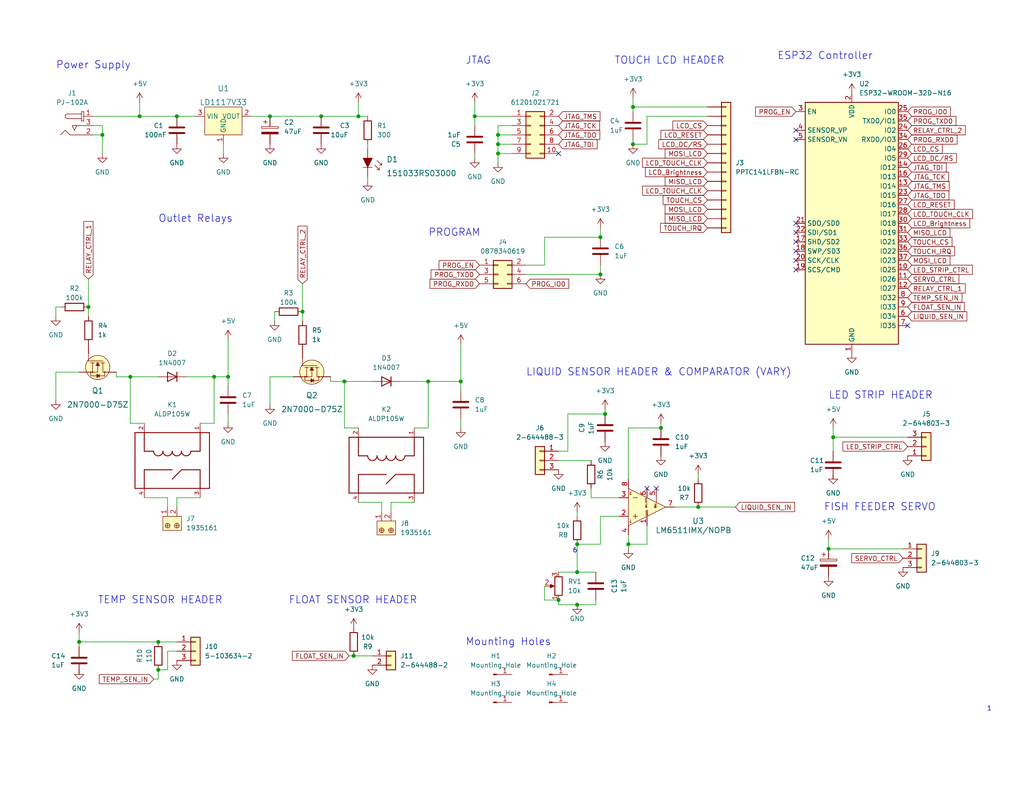
<source format=kicad_sch>
(kicad_sch (version 20211123) (generator eeschema)
  (paper "USLetter")
  (title_block (title "Sedna Hardware") (date "2022-03-01") (rev "1") (comment 1 "Authour: Liam-Thomas Flynn & Teng Zhao"))
  (junction (at 43.18 175.26))
  (junction (at 93.98 104.14))
  (junction (at 48.26 31.75))
  (junction (at 152.4 163.83))
  (junction (at 171.45 148.59))
  (junction (at 163.83 64.77))
  (junction (at 157.48 165.1))
  (junction (at 27.94 36.83))
  (junction (at 21.59 175.26))
  (junction (at 62.23 102.87))
  (junction (at 157.48 156.21))
  (junction (at 227.33 119.38))
  (junction (at 24.13 83.82))
  (junction (at 38.1 31.75))
  (junction (at 135.89 39.37))
  (junction (at 125.73 104.14))
  (junction (at 226.06 149.86))
  (junction (at 87.63 31.75))
  (junction (at 135.89 36.83))
  (junction (at 96.52 179.07))
  (junction (at 190.5 138.43))
  (junction (at 58.42 102.87))
  (junction (at 73.66 31.75))
  (junction (at 172.72 29.21))
  (junction (at 172.72 39.37))
  (junction (at 82.55 85.09))
  (junction (at 43.18 182.88))
  (junction (at 35.56 102.87))
  (junction (at 116.84 104.14))
  (junction (at 157.48 148.59))
  (junction (at 165.1 113.03))
  (junction (at 129.54 31.75))
  (junction (at 97.79 31.75))
  (junction (at 135.89 41.91))
  (junction (at 163.83 74.93))
  (junction (at 180.34 116.84))
  (no_connect (at 152.4 41.91))
  (no_connect (at 217.17 35.56))
  (no_connect (at 247.65 88.9))
  (no_connect (at 217.17 60.96))
  (no_connect (at 217.17 66.04))
  (no_connect (at 217.17 68.58))
  (no_connect (at 217.17 71.12))
  (no_connect (at 217.17 73.66))
  (no_connect (at 217.17 63.5))
  (no_connect (at 176.53 133.35))
  (no_connect (at 179.07 133.35))
  (no_connect (at 217.17 38.1))
  (wire (pts (xy 135.89 36.83) (xy 135.89 34.29)))
  (wire (pts (xy 100.33 49.53) (xy 100.33 48.26)))
  (wire (pts (xy 125.73 114.3) (xy 125.73 116.84)))
  (wire (pts (xy 226.06 149.86) (xy 246.38 149.86)))
  (wire (pts (xy 116.84 116.84) (xy 116.84 104.14)))
  (wire (pts (xy 162.56 165.1) (xy 162.56 163.83)))
  (wire (pts (xy 97.79 27.94) (xy 97.79 31.75)))
  (wire (pts (xy 48.26 138.43) (xy 48.26 135.89)))
  (wire (pts (xy 25.4 31.75) (xy 38.1 31.75)))
  (wire (pts (xy 25.4 36.83) (xy 27.94 36.83)))
  (wire (pts (xy 21.59 184.15) (xy 21.59 182.88)))
  (wire (pts (xy 165.1 113.03) (xy 154.94 113.03)))
  (wire (pts (xy 113.03 116.84) (xy 116.84 116.84)))
  (wire (pts (xy 172.72 38.1) (xy 172.72 39.37)))
  (wire (pts (xy 24.13 76.2) (xy 24.13 83.82)))
  (wire (pts (xy 87.63 31.75) (xy 97.79 31.75)))
  (wire (pts (xy 176.53 39.37) (xy 172.72 39.37)))
  (wire (pts (xy 172.72 26.67) (xy 172.72 29.21)))
  (wire (pts (xy 104.14 137.16) (xy 104.14 139.7)))
  (wire (pts (xy 50.8 102.87) (xy 58.42 102.87)))
  (wire (pts (xy 60.96 41.91) (xy 60.96 39.37)))
  (wire (pts (xy 80.01 102.87) (xy 73.66 102.87)))
  (wire (pts (xy 154.94 113.03) (xy 154.94 123.19)))
  (wire (pts (xy 21.59 101.6) (xy 15.24 101.6)))
  (wire (pts (xy 62.23 102.87) (xy 62.23 105.41)))
  (wire (pts (xy 129.54 27.94) (xy 129.54 31.75)))
  (wire (pts (xy 106.68 137.16) (xy 113.03 137.16)))
  (wire (pts (xy 93.98 104.14) (xy 101.6 104.14)))
  (wire (pts (xy 135.89 41.91) (xy 135.89 44.45)))
  (wire (pts (xy 15.24 83.82) (xy 15.24 86.36)))
  (wire (pts (xy 68.58 31.75) (xy 73.66 31.75)))
  (wire (pts (xy 97.79 137.16) (xy 104.14 137.16)))
  (wire (pts (xy 135.89 39.37) (xy 135.89 36.83)))
  (wire (pts (xy 163.83 72.39) (xy 163.83 74.93)))
  (wire (pts (xy 27.94 36.83) (xy 27.94 41.91)))
  (wire (pts (xy 45.72 182.88) (xy 43.18 182.88)))
  (wire (pts (xy 161.29 133.35) (xy 161.29 135.89)))
  (wire (pts (xy 43.18 185.42) (xy 43.18 182.88)))
  (wire (pts (xy 157.48 156.21) (xy 162.56 156.21)))
  (wire (pts (xy 73.66 102.87) (xy 73.66 110.49)))
  (wire (pts (xy 93.98 104.14) (xy 93.98 116.84)))
  (wire (pts (xy 168.91 135.89) (xy 161.29 135.89)))
  (wire (pts (xy 176.53 143.51) (xy 176.53 148.59)))
  (wire (pts (xy 163.83 148.59) (xy 163.83 140.97)))
  (wire (pts (xy 157.48 148.59) (xy 163.83 148.59)))
  (wire (pts (xy 62.23 92.71) (xy 62.23 102.87)))
  (wire (pts (xy 165.1 111.76) (xy 165.1 113.03)))
  (wire (pts (xy 129.54 41.91) (xy 129.54 43.18)))
  (wire (pts (xy 97.79 31.75) (xy 100.33 31.75)))
  (wire (pts (xy 35.56 102.87) (xy 35.56 115.57)))
  (wire (pts (xy 148.59 72.39) (xy 143.51 72.39)))
  (wire (pts (xy 148.59 64.77) (xy 163.83 64.77)))
  (wire (pts (xy 163.83 62.23) (xy 163.83 64.77)))
  (wire (pts (xy 31.75 102.87) (xy 31.75 101.6)))
  (wire (pts (xy 152.4 125.73) (xy 161.29 125.73)))
  (wire (pts (xy 176.53 148.59) (xy 171.45 148.59)))
  (wire (pts (xy 21.59 175.26) (xy 21.59 176.53)))
  (wire (pts (xy 171.45 116.84) (xy 171.45 130.81)))
  (wire (pts (xy 95.25 179.07) (xy 96.52 179.07)))
  (wire (pts (xy 148.59 160.02) (xy 148.59 163.83)))
  (wire (pts (xy 190.5 130.81) (xy 190.5 129.54)))
  (wire (pts (xy 54.61 115.57) (xy 58.42 115.57)))
  (wire (pts (xy 109.22 104.14) (xy 116.84 104.14)))
  (wire (pts (xy 82.55 85.09) (xy 82.55 87.63)))
  (wire (pts (xy 21.59 175.26) (xy 43.18 175.26)))
  (wire (pts (xy 93.98 116.84) (xy 97.79 116.84)))
  (wire (pts (xy 154.94 123.19) (xy 152.4 123.19)))
  (wire (pts (xy 152.4 156.21) (xy 157.48 156.21)))
  (wire (pts (xy 82.55 77.47) (xy 82.55 85.09)))
  (wire (pts (xy 38.1 31.75) (xy 48.26 31.75)))
  (wire (pts (xy 227.33 130.81) (xy 227.33 129.54)))
  (wire (pts (xy 106.68 139.7) (xy 106.68 137.16)))
  (wire (pts (xy 129.54 31.75) (xy 129.54 34.29)))
  (wire (pts (xy 171.45 148.59) (xy 171.45 146.05)))
  (wire (pts (xy 125.73 93.98) (xy 125.73 104.14)))
  (wire (pts (xy 193.04 31.75) (xy 176.53 31.75)))
  (wire (pts (xy 135.89 41.91) (xy 139.7 41.91)))
  (wire (pts (xy 171.45 149.86) (xy 171.45 148.59)))
  (wire (pts (xy 27.94 34.29) (xy 27.94 36.83)))
  (wire (pts (xy 180.34 115.57) (xy 180.34 116.84)))
  (wire (pts (xy 24.13 83.82) (xy 24.13 86.36)))
  (wire (pts (xy 43.18 175.26) (xy 48.26 175.26)))
  (wire (pts (xy 157.48 148.59) (xy 157.48 156.21)))
  (wire (pts (xy 16.51 83.82) (xy 15.24 83.82)))
  (wire (pts (xy 152.4 165.1) (xy 157.48 165.1)))
  (wire (pts (xy 73.66 31.75) (xy 87.63 31.75)))
  (wire (pts (xy 45.72 135.89) (xy 45.72 138.43)))
  (wire (pts (xy 48.26 31.75) (xy 53.34 31.75)))
  (wire (pts (xy 48.26 135.89) (xy 54.61 135.89)))
  (wire (pts (xy 25.4 34.29) (xy 27.94 34.29)))
  (wire (pts (xy 62.23 113.03) (xy 62.23 115.57)))
  (wire (pts (xy 58.42 102.87) (xy 62.23 102.87)))
  (wire (pts (xy 135.89 34.29) (xy 139.7 34.29)))
  (wire (pts (xy 227.33 119.38) (xy 227.33 123.19)))
  (wire (pts (xy 135.89 39.37) (xy 139.7 39.37)))
  (wire (pts (xy 157.48 165.1) (xy 162.56 165.1)))
  (wire (pts (xy 38.1 27.94) (xy 38.1 31.75)))
  (wire (pts (xy 39.37 135.89) (xy 45.72 135.89)))
  (wire (pts (xy 74.93 85.09) (xy 74.93 87.63)))
  (wire (pts (xy 157.48 140.97) (xy 157.48 139.7)))
  (wire (pts (xy 227.33 119.38) (xy 247.65 119.38)))
  (wire (pts (xy 172.72 29.21) (xy 172.72 30.48)))
  (wire (pts (xy 96.52 179.07) (xy 101.6 179.07)))
  (wire (pts (xy 226.06 147.32) (xy 226.06 149.86)))
  (wire (pts (xy 90.17 104.14) (xy 90.17 102.87)))
  (wire (pts (xy 35.56 115.57) (xy 39.37 115.57)))
  (wire (pts (xy 184.15 138.43) (xy 190.5 138.43)))
  (wire (pts (xy 143.51 74.93) (xy 163.83 74.93)))
  (wire (pts (xy 227.33 116.84) (xy 227.33 119.38)))
  (wire (pts (xy 129.54 31.75) (xy 139.7 31.75)))
  (wire (pts (xy 100.33 39.37) (xy 100.33 40.64)))
  (wire (pts (xy 116.84 104.14) (xy 125.73 104.14)))
  (wire (pts (xy 148.59 163.83) (xy 152.4 163.83)))
  (wire (pts (xy 58.42 115.57) (xy 58.42 102.87)))
  (wire (pts (xy 45.72 177.8) (xy 45.72 182.88)))
  (wire (pts (xy 152.4 165.1) (xy 152.4 163.83)))
  (wire (pts (xy 15.24 101.6) (xy 15.24 109.22)))
  (wire (pts (xy 31.75 102.87) (xy 35.56 102.87)))
  (wire (pts (xy 21.59 172.72) (xy 21.59 175.26)))
  (wire (pts (xy 48.26 177.8) (xy 45.72 177.8)))
  (wire (pts (xy 125.73 104.14) (xy 125.73 106.68)))
  (wire (pts (xy 163.83 140.97) (xy 168.91 140.97)))
  (wire (pts (xy 135.89 36.83) (xy 139.7 36.83)))
  (wire (pts (xy 135.89 41.91) (xy 135.89 39.37)))
  (wire (pts (xy 90.17 104.14) (xy 93.98 104.14)))
  (wire (pts (xy 172.72 29.21) (xy 193.04 29.21)))
  (wire (pts (xy 35.56 102.87) (xy 43.18 102.87)))
  (wire (pts (xy 180.34 116.84) (xy 171.45 116.84)))
  (wire (pts (xy 176.53 31.75) (xy 176.53 39.37)))
  (wire (pts (xy 41.91 185.42) (xy 43.18 185.42)))
  (wire (pts (xy 190.5 138.43) (xy 200.66 138.43)))
  (wire (pts (xy 148.59 64.77) (xy 148.59 72.39)))
  (text "FISH FEEDER SERVO\n" (at 224.79 139.7 0) (effects (font (size 2 2)) (justify left bottom)))
  (text "PROGRAM\n" (at 116.84 64.77 0) (effects (font (size 2 2)) (justify left bottom)))
  (text "ESP32 Controller" (at 212.09 16.51 0) (effects (font (size 2 2)) (justify left bottom)))
  (text "LED STRIP HEADER" (at 226.06 109.22 0) (effects (font (size 2 2)) (justify left bottom)))
  (text "6\n" (at 156.21 151.13 0) (effects (font (size 1.27 1.27)) (justify left bottom)))
  (text "LIQUID SENSOR HEADER & COMPARATOR (VARY)" (at 143.51 102.87 0) (effects (font (size 2 2)) (justify left bottom)))
  (text "FLOAT SENSOR HEADER" (at 78.74 165.1 0) (effects (font (size 2 2)) (justify left bottom)))
  (text "1" (at 269.24 194.31 0) (effects (font (size 1.27 1.27)) (justify left bottom)))
  (text "Mounting Holes" (at 127 176.53 0) (effects (font (size 2 2)) (justify left bottom)))
  (text "TEMP SENSOR HEADER" (at 26.67 165.1 0) (effects (font (size 2 2)) (justify left bottom)))
  (text "TOUCH LCD HEADER" (at 167.64 17.78 0) (effects (font (size 2 2)) (justify left bottom)))
  (text "Power Supply" (at 15.24 19.05 0) (effects (font (size 2 2)) (justify left bottom)))
  (text "JTAG\n" (at 127 17.78 0) (effects (font (size 2 2)) (justify left bottom)))
  (text "Outlet Relays" (at 43.18 60.96 0) (effects (font (size 2 2)) (justify left bottom)))
  (global_label "SERVO_CTRL" (shape input) (at 247.65 76.2 0) (property "Intersheet References" "${INTERSHEET_REFS}" (effects hide)))
  (global_label "JTAG_TDO" (shape input) (at 152.4 36.83 0) (property "Intersheet References" "${INTERSHEET_REFS}" (effects hide)))
  (global_label "LCD_TOUCH_CLK" (shape input) (at 247.65 58.42 0) (property "Intersheet References" "${INTERSHEET_REFS}" (effects hide)))
  (global_label "SERVO_CTRL" (shape input) (at 246.38 152.4 180) (property "Intersheet References" "${INTERSHEET_REFS}" (effects hide)))
  (global_label "LED_STRIP_CTRL" (shape input) (at 247.65 73.66 0) (property "Intersheet References" "${INTERSHEET_REFS}" (effects hide)))
  (global_label "PROG_IO0" (shape input) (at 143.51 77.47 0) (property "Intersheet References" "${INTERSHEET_REFS}" (effects hide)))
  (global_label "JTAG_TCK" (shape input) (at 247.65 48.26 0) (property "Intersheet References" "${INTERSHEET_REFS}" (effects hide)))
  (global_label "PROG_RXD0" (shape input) (at 247.65 38.1 0) (property "Intersheet References" "${INTERSHEET_REFS}" (effects hide)))
  (global_label "PROG_EN" (shape input) (at 130.81 72.39 180) (property "Intersheet References" "${INTERSHEET_REFS}" (effects hide)))
  (global_label "TOUCH_CS" (shape input) (at 193.04 54.61 180) (property "Intersheet References" "${INTERSHEET_REFS}" (effects hide)))
  (global_label "MOSI_LCD" (shape input) (at 193.04 41.91 180) (property "Intersheet References" "${INTERSHEET_REFS}" (effects hide)))
  (global_label "JTAG_TCK" (shape input) (at 152.4 34.29 0) (property "Intersheet References" "${INTERSHEET_REFS}" (effects hide)))
  (global_label "RELAY_CTRL_2" (shape input) (at 247.65 35.56 0) (property "Intersheet References" "${INTERSHEET_REFS}" (effects hide)))
  (global_label "PROG_TXD0" (shape input) (at 247.65 33.02 0) (property "Intersheet References" "${INTERSHEET_REFS}" (effects hide)))
  (global_label "TOUCH_IRQ" (shape input) (at 193.04 62.23 180) (property "Intersheet References" "${INTERSHEET_REFS}" (effects hide)))
  (global_label "JTAG_TDI" (shape input) (at 247.65 45.72 0) (property "Intersheet References" "${INTERSHEET_REFS}" (effects hide)))
  (global_label "LCD_DC{slash}RS" (shape input) (at 193.04 39.37 180) (property "Intersheet References" "${INTERSHEET_REFS}" (effects hide)))
  (global_label "LED_STRIP_CTRL" (shape input) (at 247.65 121.92 180) (property "Intersheet References" "${INTERSHEET_REFS}" (effects hide)))
  (global_label "TEMP_SEN_IN" (shape input) (at 41.91 185.42 180) (property "Intersheet References" "${INTERSHEET_REFS}" (effects hide)))
  (global_label "LCD_TOUCH_CLK" (shape input) (at 193.04 44.45 180) (property "Intersheet References" "${INTERSHEET_REFS}" (effects hide)))
  (global_label "LCD_CS" (shape input) (at 193.04 34.29 180) (property "Intersheet References" "${INTERSHEET_REFS}" (effects hide)))
  (global_label "MISO_LCD" (shape input) (at 247.65 63.5 0) (property "Intersheet References" "${INTERSHEET_REFS}" (effects hide)))
  (global_label "PROG_RXD0" (shape input) (at 130.81 77.47 180) (property "Intersheet References" "${INTERSHEET_REFS}" (effects hide)))
  (global_label "PROG_EN" (shape input) (at 217.17 30.48 180) (property "Intersheet References" "${INTERSHEET_REFS}" (effects hide)))
  (global_label "MOSI_LCD" (shape input) (at 247.65 71.12 0) (property "Intersheet References" "${INTERSHEET_REFS}" (effects hide)))
  (global_label "LCD_TOUCH_CLK" (shape input) (at 193.04 52.07 180) (property "Intersheet References" "${INTERSHEET_REFS}" (effects hide)))
  (global_label "TOUCH_IRQ" (shape input) (at 247.65 68.58 0) (property "Intersheet References" "${INTERSHEET_REFS}" (effects hide)))
  (global_label "LCD_DC{slash}RS" (shape input) (at 247.65 43.18 0) (property "Intersheet References" "${INTERSHEET_REFS}" (effects hide)))
  (global_label "LIQUID_SEN_IN" (shape input) (at 247.65 86.36 0) (property "Intersheet References" "${INTERSHEET_REFS}" (effects hide)))
  (global_label "LCD_RESET" (shape input) (at 247.65 55.88 0) (property "Intersheet References" "${INTERSHEET_REFS}" (effects hide)))
  (global_label "LIQUID_SEN_IN" (shape input) (at 200.66 138.43 0) (property "Intersheet References" "${INTERSHEET_REFS}" (effects hide)))
  (global_label "MOSI_LCD" (shape input) (at 193.04 57.15 180) (property "Intersheet References" "${INTERSHEET_REFS}" (effects hide)))
  (global_label "LCD_Brightness" (shape input) (at 247.65 60.96 0) (property "Intersheet References" "${INTERSHEET_REFS}" (effects hide)))
  (global_label "JTAG_TMS" (shape input) (at 152.4 31.75 0) (property "Intersheet References" "${INTERSHEET_REFS}" (effects hide)))
  (global_label "LCD_Brightness" (shape input) (at 193.04 46.99 180) (property "Intersheet References" "${INTERSHEET_REFS}" (effects hide)))
  (global_label "MISO_LCD" (shape input) (at 193.04 49.53 180) (property "Intersheet References" "${INTERSHEET_REFS}" (effects hide)))
  (global_label "JTAG_TDI" (shape input) (at 152.4 39.37 0) (property "Intersheet References" "${INTERSHEET_REFS}" (effects hide)))
  (global_label "TEMP_SEN_IN" (shape input) (at 247.65 81.28 0) (property "Intersheet References" "${INTERSHEET_REFS}" (effects hide)))
  (global_label "FLOAT_SEN_IN" (shape input) (at 247.65 83.82 0) (property "Intersheet References" "${INTERSHEET_REFS}" (effects hide)))
  (global_label "RELAY_CTRL_2" (shape input) (at 82.55 77.47 90) (property "Intersheet References" "${INTERSHEET_REFS}" (effects hide)))
  (global_label "JTAG_TDO" (shape input) (at 247.65 53.34 0) (property "Intersheet References" "${INTERSHEET_REFS}" (effects hide)))
  (global_label "LCD_CS" (shape input) (at 247.65 40.64 0) (property "Intersheet References" "${INTERSHEET_REFS}" (effects hide)))
  (global_label "JTAG_TMS" (shape input) (at 247.65 50.8 0) (property "Intersheet References" "${INTERSHEET_REFS}" (effects hide)))
  (global_label "RELAY_CTRL_1" (shape input) (at 24.13 76.2 90) (property "Intersheet References" "${INTERSHEET_REFS}" (effects hide)))
  (global_label "RELAY_CTRL_1" (shape input) (at 247.65 78.74 0) (property "Intersheet References" "${INTERSHEET_REFS}" (effects hide)))
  (global_label "PROG_TXD0" (shape input) (at 130.81 74.93 180) (property "Intersheet References" "${INTERSHEET_REFS}" (effects hide)))
  (global_label "TOUCH_CS" (shape input) (at 247.65 66.04 0) (property "Intersheet References" "${INTERSHEET_REFS}" (effects hide)))
  (global_label "FLOAT_SEN_IN" (shape input) (at 95.25 179.07 180) (property "Intersheet References" "${INTERSHEET_REFS}" (effects hide)))
  (global_label "LCD_RESET" (shape input) (at 193.04 36.83 180) (property "Intersheet References" "${INTERSHEET_REFS}" (effects hide)))
  (global_label "MISO_LCD" (shape input) (at 193.04 59.69 180) (property "Intersheet References" "${INTERSHEET_REFS}" (effects hide)))
  (global_label "PROG_IO0" (shape input) (at 247.65 30.48 0) (property "Intersheet References" "${INTERSHEET_REFS}" (effects hide)))
  (symbol (lib_id "power:GND") (at 15.24 109.22 0) (unit 1)
    (property "Reference" "#PWR022" (effects hide))
    (property "Value" "GND" (at 15.24 114.3 0))
  )
  (symbol (lib_id "power:+3V3") (at 172.72 26.67 0) (unit 1)
    (property "Reference" "#PWR04" (effects hide))
    (property "Value" "+3V3" (at 172.72 21.59 0))
  )
  (symbol (lib_id "dk_Transistors-FETs-MOSFETs-Single:2N7000") (at 26.67 101.6 270) (unit 1)
    (property "Reference" "Q1" (at 26.67 106.68 90) (effects (font (size 1.524 1.524))))
    (property "Value" "2N7000-D75Z" (at 26.67 110.49 90) (effects (font (size 1.524 1.524))))
    (property "Footprint" "digikey-footprints:TO-92-3" (effects hide))
    (property "Datasheet" "https://rocelec.widen.net/view/pdf/orqxwkxkq1/ONSM-S-A0003544006-1.pdf?t.download=true&u=5oefqw" (effects hide))
    (property "Digi-Key_PN" "2N7000-D75ZFSCT-ND" (effects hide))
    (property "MPN" "2N7000-D75Z" (effects hide))
    (property "Category" "Transistors - FETs, MOSFETs - Single" (effects hide))
    (property "Family" "Transistors - FETs, MOSFETs - Single" (effects hide))
    (property "DK_Datasheet_Link" "https://rocelec.widen.net/view/pdf/orqxwkxkq1/ONSM-S-A0003544006-1.pdf?t.download=true&u=5oefqw" (effects hide))
    (property "DK_Detail_Page" "https://www.digikey.ca/en/products/detail/onsemi/2N7000-D75Z/3478164" (effects hide))
    (property "Description" "MOSFET N-CH 60V 200MA TO-92" (effects hide))
    (property "Manufacturer" "ON Semiconductor" (effects hide))
    (property "Status" "Active" (effects hide))
  )
  (symbol (lib_id "Device:R") (at 78.74 85.09 90) (unit 1)
    (property "Reference" "R3" (at 78.74 80.01 90))
    (property "Value" "100k" (at 78.74 82.55 90))
    (property "Footprint" "Resistor_THT:R_Axial_DIN0204_L3.6mm_D1.6mm_P5.08mm_Horizontal" (effects hide))
  )
  (symbol (lib_id "power:GND") (at 246.38 154.94 0) (unit 1)
    (property "Reference" "#PWR038" (effects hide))
    (property "Value" "GND" (at 246.38 160.02 0))
  )
  (symbol (lib_id "power:GND") (at 73.66 110.49 0) (unit 1)
    (property "Reference" "#PWR023" (effects hide))
    (property "Value" "GND" (at 73.66 115.57 0))
  )
  (symbol (lib_id "Device:C") (at 227.33 127 0) (unit 1)
    (property "Reference" "C11" (at 220.98 125.73 0) (effects (justify left)))
    (property "Value" "1uF" (at 220.98 128.27 0) (effects (justify left)))
    (property "Footprint" "Capacitor_THT:C_Disc_D9.0mm_W5.0mm_P5.00mm" (effects hide))
  )
  (symbol (lib_id "power:GND") (at 62.23 115.57 0) (unit 1)
    (property "Reference" "#PWR025" (effects hide))
    (property "Value" "GND" (at 62.23 120.65 0))
  )
  (symbol (lib_id "power:+3V3") (at 21.59 172.72 0) (unit 1)
    (property "Reference" "#PWR042" (effects hide))
    (property "Value" "+3V3" (at 21.59 167.64 0))
  )
  (symbol (lib_id "power:+5V") (at 125.73 93.98 0) (unit 1)
    (property "Reference" "#PWR020" (effects hide))
    (property "Value" "+5V" (at 125.73 88.9 0))
  )
  (symbol (lib_id "power:+3V3") (at 96.52 171.45 0) (unit 1)
    (property "Reference" "#PWR041" (effects hide))
    (property "Value" "+3V3" (at 96.52 166.37 0))
  )
  (symbol (lib_id "power:+5V") (at 38.1 27.94 0) (unit 1)
    (property "Reference" "#PWR02" (effects hide))
    (property "Value" "+5V" (at 38.1 22.86 0))
  )
  (symbol (lib_id "power:GND") (at 21.59 182.88 0) (unit 1)
    (property "Reference" "#PWR045" (effects hide))
    (property "Value" "GND" (at 21.59 187.96 0))
  )
  (symbol (lib_id "power:GND") (at 15.24 86.36 0) (unit 1)
    (property "Reference" "#PWR017" (effects hide))
    (property "Value" "GND" (at 15.24 91.44 0))
  )
  (symbol (lib_id "Connector_Generic:Conn_01x03") (at 252.73 121.92 0) (mirror x) (unit 1)
    (property "Reference" "J5" (at 252.73 113.03 0))
    (property "Value" "2-644803-3" (at 252.73 115.57 0))
    (property "Footprint" "2-644803-3:TE_2-644803-3" (effects hide))
    (property "Datasheet" "https://www.te.com/commerce/DocumentDelivery/DDEController?Action=srchrtrv&DocNm=644803&DocType=Customer+Drawing&DocLang=English" (effects hide))
    (property "Digi-Key_PN" "A30925-ND" (effects hide))
    (property "MPN" "2-644803-3" (effects hide))
    (property "Category" "CONN" (effects hide))
    (property "Family" "CONN" (effects hide))
    (property "DK_Datasheet_Link" "https://www.te.com/commerce/DocumentDelivery/DDEController?Action=srchrtrv&DocNm=644803&DocType=Customer+Drawing&DocLang=English" (effects hide))
    (property "DK_Detail_Page" "https://www.digikey.ca/en/products/detail/te-connectivity-amp-connectors/2-644803-3/698440" (effects hide))
    (property "Description" "Connector Header Through Hole, Right Angle 3 position 0.100\" (2.54mm)" (effects hide))
    (property "Manufacturer" "TE Connectivity AMP Connectors" (effects hide))
    (property "Status" "active" (effects hide))
    (property "Mating_CONN" "3-640469-3" (effects hide))
    (property "Mating_MPN" "3-640469-3" (effects hide))
    (property "Mating_DK_Page" "https://www.digikey.ca/en/products/detail/te-connectivity-amp-connectors/3-640469-3/1863570" (effects hide))
  )
  (symbol (lib_id "Device:R_Potentiometer") (at 152.4 160.02 180) (unit 1)
    (property "Reference" "RV1" (at 154.94 158.7499 0) (effects (justify right)))
    (property "Value" "10k" (at 154.94 161.2899 0) (effects (justify right)))
    (property "Footprint" "Potentiometer_THT:Potentiometer_Bourns_3296W_Vertical" (effects hide))
  )
  (symbol (lib_id "Connector_Generic:Conn_01x02") (at 106.68 179.07 0) (unit 1)
    (property "Reference" "J11" (at 109.22 179.0699 0) (effects (justify left)))
    (property "Value" "2-644488-2" (at 109.22 181.6099 0) (effects (justify left)))
    (property "Footprint" "2-644488-2:TE_2-644488-2" (effects hide))
    (property "Datasheet" "https://www.te.com/commerce/DocumentDelivery/DDEController?Action=srchrtrv&DocNm=644488&DocType=Customer+Drawing&DocLang=English" (effects hide))
    (property "Digi-Key_PN" "A30900-ND" (effects hide))
    (property "MPN" "2-644488-2" (effects hide))
    (property "Category" "CONN" (effects hide))
    (property "Family" "CONN" (effects hide))
    (property "DK_Datasheet_Link" "https://www.te.com/commerce/DocumentDelivery/DDEController?Action=srchrtrv&DocNm=644488&DocType=Customer+Drawing&DocLang=English" (effects hide))
    (property "DK_Detail_Page" "https://www.digikey.ca/en/products/detail/te-connectivity-amp-connectors/2-644488-2/698426?s=N4IgTCBcDa4LQDYAsKAcq4QLoF8g" (effects hide))
    (property "Description" "Connector Header Through Hole, Right Angle 2 position 0.100\" (2.54mm)" (effects hide))
    (property "Manufacturer" "TE Connectivity AMP Connectors" (effects hide))
    (property "Status" "active" (effects hide))
    (property "Mating_Conn" "3-644043-2" (effects hide))
    (property "Mating_MPN" "3-644043-2" (effects hide))
    (property "Mating_DK_Page" "https://www.digikey.ca/en/products/detail/te-connectivity-amp-connectors/3-644043-2/1863034" (effects hide))
  )
  (symbol (lib_id "power:+5V") (at 226.06 147.32 0) (unit 1)
    (property "Reference" "#PWR036" (effects hide))
    (property "Value" "+5V" (at 226.06 142.24 0))
  )
  (symbol (lib_id "Device:C") (at 180.34 120.65 0) (unit 1)
    (property "Reference" "C10" (at 184.15 119.3799 0) (effects (justify left)))
    (property "Value" "1uF" (at 184.15 121.9199 0) (effects (justify left)))
    (property "Footprint" "Capacitor_THT:C_Disc_D9.0mm_W5.0mm_P5.00mm" (effects hide))
  )
  (symbol (lib_id "ALDP105W:ALDP105W") (at 105.41 127 270) (unit 1)
    (property "Reference" "K2" (at 105.41 111.76 90))
    (property "Value" "ALDP105W" (at 105.41 114.3 90))
    (property "Footprint" "RELAY_ALDP105W" (effects hide))
    (property "Datasheet" "http://www.te.com/commerce/DocumentDelivery/DDEController?Action=showdoc&DocId=Data+Sheet%7FPCH_series_relay_data_sheet_E%7F1215%7Fpdf%7FEnglish%7FENG_DS_PCH_series_relay_data_sheet_E_1215.pdf%7F9-1440003-0" (effects hide))
    (property "Digi-Key_PN" "255-3586-ND" (effects hide))
    (property "MPN" "ALDP105W" (effects hide))
    (property "Category" "Relays Power Relays, Over 2 Amps" (effects hide))
    (property "DK_Datasheet_Link" "https://www3.panasonic.biz/ac/e_download/control/relay/power/catalog/mech_eng_ldp.pdf" (effects hide))
    (property "DK_Detail_Page" "https://www.digikey.ca/en/products/detail/panasonic-electric-works/ALDP105W/3641417" (effects hide))
    (property "Description" "General Purpose Relay SPST-NO (1 Form A) 5VDC Coil Through Hole" (effects hide))
    (property "Manifacturer" "Panasonic Electric Works" (effects hide))
    (property "Status" "Active" (effects hide))
    (property "MF" "Panasonic" (effects hide))
    (property "PARTREV" "N/A" (effects hide))
    (property "STANDART" "Manufacturer Recommendations" (effects hide))
  )
  (symbol (lib_id "power:GND") (at 247.65 124.46 0) (unit 1)
    (property "Reference" "#PWR031" (effects hide))
    (property "Value" "GND" (at 247.65 129.54 0))
  )
  (symbol (lib_id "dk_PMIC-Voltage-Regulators-Linear:LD1117V33") (at 60.96 31.75 0) (unit 1)
    (property "Reference" "U1" (at 60.96 24.13 0) (effects (font (size 1.524 1.524))))
    (property "Value" "LD1117V33" (at 60.96 27.94 0) (effects (font (size 1.524 1.524))))
    (property "Footprint" "Package_TO_SOT_THT:TO-220-3_Horizontal_TabUp" (effects hide))
    (property "Datasheet" "http://www.st.com/content/ccc/resource/technical/document/datasheet/99/3b/7d/91/91/51/4b/be/CD00000544.pdf/files/CD00000544.pdf/jcr:content/translations/en.CD00000544.pdf" (effects hide))
    (property "Digi-Key_PN" "497-1491-5-ND" (effects hide))
    (property "MPN" "LD1117V33" (effects hide))
    (property "Category" "Integrated Circuits (ICs)" (effects hide))
    (property "Family" "PMIC - Voltage Regulators - Linear" (effects hide))
    (property "DK_Datasheet_Link" "http://www.st.com/content/ccc/resource/technical/document/datasheet/99/3b/7d/91/91/51/4b/be/CD00000544.pdf/files/CD00000544.pdf/jcr:content/translations/en.CD00000544.pdf" (effects hide))
    (property "DK_Detail_Page" "/product-detail/en/stmicroelectronics/LD1117V33/497-1491-5-ND/586012" (effects hide))
    (property "Description" "IC REG LINEAR 3.3V 800MA TO220AB" (effects hide))
    (property "Manufacturer" "STMicroelectronics" (effects hide))
    (property "Status" "Active" (effects hide))
  )
  (symbol (lib_id "power:GND") (at 27.94 41.91 0) (unit 1)
    (property "Reference" "#PWR09" (effects hide))
    (property "Value" "GND" (at 27.94 46.99 0))
  )
  (symbol (lib_id "Device:C") (at 125.73 110.49 0) (unit 1)
    (property "Reference" "C8" (at 129.54 109.2199 0) (effects (justify left)))
    (property "Value" "1uF" (at 129.54 111.7599 0) (effects (justify left)))
    (property "Footprint" "Capacitor_THT:C_Disc_D9.0mm_W5.0mm_P5.00mm" (effects hide))
  )
  (symbol (lib_id "Connector_Generic:Conn_01x03") (at 251.46 152.4 0) (unit 1)
    (property "Reference" "J9" (at 254 151.1299 0) (effects (justify left)))
    (property "Value" "2-644803-3" (at 254 153.6699 0) (effects (justify left)))
    (property "Footprint" "2-644803-3:TE_2-644803-3" (effects hide))
    (property "Datasheet" "https://www.te.com/commerce/DocumentDelivery/DDEController?Action=srchrtrv&DocNm=644803&DocType=Customer+Drawing&DocLang=English" (effects hide))
    (property "Digi-Key_PN" "A30925-ND" (effects hide))
    (property "MPN" "2-644803-3" (effects hide))
    (property "Category" "CONN" (effects hide))
    (property "Family" "CONN" (effects hide))
    (property "DK_Datasheet_Link" "https://www.te.com/commerce/DocumentDelivery/DDEController?Action=srchrtrv&DocNm=644803&DocType=Customer+Drawing&DocLang=English" (effects hide))
    (property "DK_Detail_Page" "https://www.digikey.ca/en/products/detail/te-connectivity-amp-connectors/2-644803-3/698440" (effects hide))
    (property "Description" "Connector Header Through Hole, Right Angle 3 position 0.100\" (2.54mm)" (effects hide))
    (property "Manufacturer" "TE Connectivity AMP Connectors" (effects hide))
    (property "Status" "active" (effects hide))
    (property "Mating_CONN" "3-640469-3" (effects hide))
    (property "Mating_MPN" "3-640469-3" (effects hide))
    (property "Mating_DK_Page" "https://www.digikey.ca/en/products/detail/te-connectivity-amp-connectors/3-640469-3/1863570" (effects hide))
  )
  (symbol (lib_id "Device:R") (at 43.18 179.07 0) (unit 1)
    (property "Reference" "R10" (at 38.1 179.07 90))
    (property "Value" "110" (at 40.64 179.07 90))
    (property "Footprint" "Resistor_THT:R_Axial_DIN0204_L3.6mm_D1.6mm_P5.08mm_Horizontal" (effects hide))
  )
  (symbol (lib_id "Device:R") (at 82.55 91.44 0) (unit 1)
    (property "Reference" "R5" (at 85.09 90.17 0) (effects (justify left)))
    (property "Value" "1k" (at 85.09 92.71 0) (effects (justify left)))
    (property "Footprint" "Resistor_THT:R_Axial_DIN0204_L3.6mm_D1.6mm_P5.08mm_Horizontal" (effects hide))
  )
  (symbol (lib_id "Device:C") (at 129.54 38.1 180) (unit 1)
    (property "Reference" "C5" (at 125.73 39.37 0) (effects (justify left)))
    (property "Value" "1uF" (at 125.73 36.83 0) (effects (justify left)))
    (property "Footprint" "Capacitor_THT:C_Disc_D9.0mm_W5.0mm_P5.00mm" (effects hide))
  )
  (symbol (lib_id "power:GND") (at 172.72 39.37 0) (unit 1)
    (property "Reference" "#PWR011" (effects hide))
    (property "Value" "GND" (at 172.72 44.45 0))
  )
  (symbol (lib_id "power:GND") (at 129.54 43.18 0) (unit 1)
    (property "Reference" "#PWR012" (effects hide))
    (property "Value" "GND" (at 129.54 48.26 0))
  )
  (symbol (lib_id "Connector_Generic:Conn_01x03") (at 147.32 125.73 0) (mirror y) (unit 1)
    (property "Reference" "J6" (at 147.32 116.84 0))
    (property "Value" "2-644488-3" (at 147.32 119.38 0))
    (property "Footprint" "2-644488-3:TE_2-644488-3" (effects hide))
    (property "Datasheet" "https://www.te.com/commerce/DocumentDelivery/DDEController?Action=srchrtrv&DocNm=644488&DocType=Customer+Drawing&DocLang=English" (effects hide))
    (property "Digi-Key_PN" "A30901-ND" (effects hide))
    (property "MPN" "2-644488-3" (effects hide))
    (property "Category" "CONN" (effects hide))
    (property "Family" "CONN" (effects hide))
    (property "DK_Datasheet_Link" "https://www.te.com/commerce/DocumentDelivery/DDEController?Action=srchrtrv&DocNm=644488&DocType=Customer+Drawing&DocLang=English" (effects hide))
    (property "DK_Detail_Page" "https://www.digikey.ca/en/products/detail/te-connectivity-amp-connectors/2-644488-3/698427?s=N4IgTCBcDa4LQDYAsKAcq4GYQF0C%2BQA" (effects hide))
    (property "Description" "Connector Header Through Hole, Right Angle 3 position 0.100\" (2.54mm)" (effects hide))
    (property "Manufacturer" "TE Connectivity AMP Connectors" (effects hide))
    (property "Status" "active" (effects hide))
    (property "Mating_CONN" "3-640468-3" (effects hide))
    (property "Mating_MPN" "3-640468-3" (effects hide))
    (property "Mating_DK_Page" "https://www.digikey.ca/en/products/detail/te-connectivity-amp-connectors/3-640468-3/1863562" (effects hide))
  )
  (symbol (lib_id "Connector:Conn_01x01_Male") (at 134.62 191.77 0) (unit 1)
    (property "Reference" "H3" (at 135.255 186.69 0))
    (property "Value" "Mounting_Hole" (at 135.255 189.23 0))
    (property "Footprint" "MountingHole:MountingHole_3.5mm" (effects hide))
  )
  (symbol (lib_id "power:GND") (at 226.06 157.48 0) (unit 1)
    (property "Reference" "#PWR039" (effects hide))
    (property "Value" "GND" (at 226.06 162.56 0))
  )
  (symbol (lib_id "RF_Module:ESP32-WROOM-32D") (at 232.41 60.96 0) (unit 1)
    (property "Reference" "U2" (at 234.4294 22.86 0) (effects (justify left)))
    (property "Value" "ESP32-WROOM-32D-N16" (at 234.4294 25.4 0) (effects (justify left)))
    (property "Footprint" "RF_Module:ESP32-WROOM-32" (effects hide))
    (property "Datasheet" "https://www.espressif.com/sites/default/files/documentation/esp32-wroom-32d_esp32-wroom-32u_datasheet_en.pdf" (effects hide))
  )
  (symbol (lib_id "power:GND") (at 152.4 128.27 0) (unit 1)
    (property "Reference" "#PWR032" (effects hide))
    (property "Value" "GND" (at 152.4 133.35 0))
  )
  (symbol (lib_id "Device:R") (at 190.5 134.62 180) (unit 1)
    (property "Reference" "R7" (at 186.69 135.89 0))
    (property "Value" "10k" (at 186.69 133.35 0))
    (property "Footprint" "Resistor_THT:R_Axial_DIN0204_L3.6mm_D1.6mm_P5.08mm_Horizontal" (effects hide))
  )
  (symbol (lib_id "Device:C") (at 87.63 35.56 0) (unit 1)
    (property "Reference" "C3" (at 92.71 34.29 0) (effects (justify left)))
    (property "Value" "10uF" (at 90.17 36.83 0) (effects (justify left)))
    (property "Footprint" "Capacitor_THT:C_Disc_D9.0mm_W5.0mm_P5.00mm" (effects hide))
  )
  (symbol (lib_id "power:GND") (at 157.48 165.1 0) (unit 1)
    (property "Reference" "#PWR040" (effects hide))
    (property "Value" "GND" (at 157.48 168.91 0))
  )
  (symbol (lib_id "Device:R") (at 96.52 175.26 180) (unit 1)
    (property "Reference" "R9" (at 100.33 176.53 0))
    (property "Value" "10k" (at 100.33 173.99 0))
    (property "Footprint" "Resistor_THT:R_Axial_DIN0204_L3.6mm_D1.6mm_P5.08mm_Horizontal" (effects hide))
  )
  (symbol (lib_id "power:GND") (at 48.26 39.37 0) (unit 1)
    (property "Reference" "#PWR06" (effects hide))
    (property "Value" "GND" (at 48.26 44.45 0))
  )
  (symbol (lib_id "power:GND") (at 48.26 180.34 0) (unit 1)
    (property "Reference" "#PWR043" (effects hide))
    (property "Value" "GND" (at 48.26 185.42 0))
  )
  (symbol (lib_id "Device:C") (at 21.59 180.34 0) (unit 1)
    (property "Reference" "C14" (at 13.97 179.07 0) (effects (justify left)))
    (property "Value" "1uF" (at 13.97 181.61 0) (effects (justify left)))
    (property "Footprint" "Capacitor_THT:C_Disc_D9.0mm_W5.0mm_P5.00mm" (effects hide))
  )
  (symbol (lib_id "power:GND") (at 60.96 41.91 0) (unit 1)
    (property "Reference" "#PWR010" (effects hide))
    (property "Value" "GND" (at 60.96 46.99 0))
  )
  (symbol (lib_id "dk_Terminal-Blocks-Wire-to-Board:1935161") (at 45.72 143.51 0) (unit 1)
    (property "Reference" "J7" (at 50.8 141.6049 0) (effects (justify left)))
    (property "Value" "1935161" (at 50.8 144.1449 0) (effects (justify left)))
    (property "Footprint" "digikey-footprints:Terminal_Block_D1.3mm_P5mm" (effects hide))
    (property "Datasheet" "https://media.digikey.com/pdf/Data%20Sheets/Phoenix%20Contact%20PDFs/1935161.pdf" (effects hide))
    (property "Digi-Key_PN" "277-1667-ND" (effects hide))
    (property "MPN" "1935161" (effects hide))
    (property "Category" "Connectors, Interconnects" (effects hide))
    (property "Family" "Terminal Blocks - Wire to Board" (effects hide))
    (property "DK_Datasheet_Link" "https://media.digikey.com/pdf/Data%20Sheets/Phoenix%20Contact%20PDFs/1935161.pdf" (effects hide))
    (property "DK_Detail_Page" "/product-detail/en/phoenix-contact/1935161/277-1667-ND/568614" (effects hide))
    (property "Description" "TERM BLK 2POS SIDE ENTRY 5MM PCB" (effects hide))
    (property "Manufacturer" "Phoenix Contact" (effects hide))
    (property "Status" "Active" (effects hide))
  )
  (symbol (lib_id "Device:C") (at 163.83 68.58 0) (unit 1)
    (property "Reference" "C6" (at 167.64 67.31 0) (effects (justify left)))
    (property "Value" "1uF" (at 167.64 69.85 0) (effects (justify left)))
    (property "Footprint" "Capacitor_THT:C_Disc_D9.0mm_W5.0mm_P5.00mm" (effects hide))
  )
  (symbol (lib_id "dk_LED-Indication-Discrete:151033RS03000") (at 100.33 45.72 270) (unit 1)
    (property "Reference" "D1" (at 105.41 43.4975 90) (effects (font (size 1.524 1.524)) (justify left)))
    (property "Value" "151033RS03000" (at 105.41 47.3075 90) (effects (font (size 1.524 1.524)) (justify left)))
    (property "Footprint" "digikey-footprints:LED_3mm_Radial" (effects hide))
    (property "Datasheet" "https://katalog.we-online.de/led/datasheet/151033RS03000.pdf" (effects hide))
    (property "Digi-Key_PN" "732-5013-ND" (effects hide))
    (property "MPN" "151033RS03000" (effects hide))
    (property "Category" "Optoelectronics" (effects hide))
    (property "Family" "LED Indication - Discrete" (effects hide))
    (property "DK_Datasheet_Link" "https://katalog.we-online.de/led/datasheet/151033RS03000.pdf" (effects hide))
    (property "DK_Detail_Page" "/product-detail/en/wurth-electronics-inc/151033RS03000/732-5013-ND/4490003" (effects hide))
    (property "Description" "LED RED CLEAR 3MM ROUND T/H" (effects hide))
    (property "Manufacturer" "Wurth Electronics Inc." (effects hide))
    (property "Status" "Active" (effects hide))
  )
  (symbol (lib_id "ALDP105W:ALDP105W") (at 46.99 125.73 270) (unit 1)
    (property "Reference" "K1" (at 46.99 110.49 90))
    (property "Value" "ALDP105W" (at 46.99 113.03 90))
    (property "Footprint" "RELAY_ALDP105W" (effects hide))
    (property "Datasheet" "http://www.te.com/commerce/DocumentDelivery/DDEController?Action=showdoc&DocId=Data+Sheet%7FPCH_series_relay_data_sheet_E%7F1215%7Fpdf%7FEnglish%7FENG_DS_PCH_series_relay_data_sheet_E_1215.pdf%7F9-1440003-0" (effects hide))
    (property "Digi-Key_PN" "255-3586-ND" (effects hide))
    (property "MPN" "ALDP105W" (effects hide))
    (property "Category" "Relays Power Relays, Over 2 Amps" (effects hide))
    (property "DK_Datasheet_Link" "https://www3.panasonic.biz/ac/e_download/control/relay/power/catalog/mech_eng_ldp.pdf" (effects hide))
    (property "DK_Detail_Page" "https://www.digikey.ca/en/products/detail/panasonic-electric-works/ALDP105W/3641417" (effects hide))
    (property "Description" "General Purpose Relay SPST-NO (1 Form A) 5VDC Coil Through Hole" (effects hide))
    (property "Manifacturer" "Panasonic Electric Works" (effects hide))
    (property "Status" "Active" (effects hide))
    (property "MF" "Panasonic" (effects hide))
    (property "PARTREV" "N/A" (effects hide))
    (property "STANDART" "Manufacturer Recommendations" (effects hide))
  )
  (symbol (lib_id "Device:C_Polarized") (at 226.06 153.67 0) (unit 1)
    (property "Reference" "C12" (at 218.44 152.4 0) (effects (justify left)))
    (property "Value" "47uF" (at 218.44 154.94 0) (effects (justify left)))
    (property "Footprint" "Capacitor_THT:CP_Radial_D5.0mm_P2.50mm" (effects hide))
  )
  (symbol (lib_id "power:GND") (at 73.66 39.37 0) (unit 1)
    (property "Reference" "#PWR07" (effects hide))
    (property "Value" "GND" (at 73.66 44.45 0))
  )
  (symbol (lib_id "power:GND") (at 180.34 124.46 0) (unit 1)
    (property "Reference" "#PWR030" (effects hide))
    (property "Value" "GND" (at 180.34 129.54 0))
  )
  (symbol (lib_id "dk_Barrel-Power-Connectors:PJ-102A") (at 22.86 31.75 0) (unit 1)
    (property "Reference" "J1" (at 19.685 25.4 0))
    (property "Value" "PJ-102A" (at 19.685 27.94 0))
    (property "Footprint" "digikey-footprints:Barrel_Jack_5.5mmODx2.1mmID_PJ-102A" (effects hide))
    (property "Datasheet" "https://www.cui.com/product/resource/digikeypdf/pj-102a.pdf" (effects hide))
    (property "Digi-Key_PN" "CP-102A-ND" (effects hide))
    (property "MPN" "PJ-102A" (effects hide))
    (property "Category" "Connectors, Interconnects" (effects hide))
    (property "Family" "Barrel - Power Connectors" (effects hide))
    (property "DK_Datasheet_Link" "https://www.cui.com/product/resource/digikeypdf/pj-102a.pdf" (effects hide))
    (property "DK_Detail_Page" "/product-detail/en/cui-inc/PJ-102A/CP-102A-ND/275425" (effects hide))
    (property "Description" "CONN PWR JACK 2X5.5MM SOLDER" (effects hide))
    (property "Manufacturer" "CUI Inc." (effects hide))
    (property "Status" "Active" (effects hide))
  )
  (symbol (lib_id "Device:C") (at 48.26 35.56 0) (unit 1)
    (property "Reference" "C1" (at 41.91 34.29 0) (effects (justify left)))
    (property "Value" "100nF" (at 39.37 36.83 0) (effects (justify left)))
    (property "Footprint" "Capacitor_THT:C_Disc_D9.0mm_W5.0mm_P5.00mm" (effects hide))
  )
  (symbol (lib_id "power:GND") (at 165.1 120.65 0) (unit 1)
    (property "Reference" "#PWR029" (effects hide))
    (property "Value" "GND" (at 165.1 125.73 0))
  )
  (symbol (lib_id "Device:R") (at 157.48 144.78 180) (unit 1)
    (property "Reference" "R8" (at 153.67 146.05 0))
    (property "Value" "10k" (at 153.67 143.51 0))
    (property "Footprint" "Resistor_THT:R_Axial_DIN0204_L3.6mm_D1.6mm_P5.08mm_Horizontal" (effects hide))
  )
  (symbol (lib_id "power:GND") (at 125.73 116.84 0) (unit 1)
    (property "Reference" "#PWR027" (effects hide))
    (property "Value" "GND" (at 125.73 121.92 0))
  )
  (symbol (lib_id "Device:C") (at 165.1 116.84 180) (unit 1)
    (property "Reference" "C9" (at 158.75 116.84 90))
    (property "Value" "1uF" (at 161.29 116.84 90))
    (property "Footprint" "Capacitor_THT:C_Disc_D9.0mm_W5.0mm_P5.00mm" (effects hide))
  )
  (symbol (lib_id "power:+3V3") (at 232.41 25.4 0) (unit 1)
    (property "Reference" "#PWR01" (effects hide))
    (property "Value" "+3V3" (at 232.41 20.32 0))
  )
  (symbol (lib_id "Device:R") (at 24.13 90.17 0) (unit 1)
    (property "Reference" "R4" (at 26.67 88.9 0) (effects (justify left)))
    (property "Value" "1k" (at 26.67 91.44 0) (effects (justify left)))
    (property "Footprint" "Resistor_THT:R_Axial_DIN0204_L3.6mm_D1.6mm_P5.08mm_Horizontal" (effects hide))
  )
  (symbol (lib_id "power:GND") (at 135.89 44.45 0) (unit 1)
    (property "Reference" "#PWR013" (effects hide))
    (property "Value" "GND" (at 135.89 49.53 0))
  )
  (symbol (lib_id "power:+3V3") (at 180.34 115.57 0) (unit 1)
    (property "Reference" "#PWR026" (effects hide))
    (property "Value" "+3V3" (at 180.34 110.49 0))
  )
  (symbol (lib_id "power:+3V3") (at 157.48 139.7 0) (unit 1)
    (property "Reference" "#PWR035" (effects hide))
    (property "Value" "+3V3" (at 157.48 134.62 0))
  )
  (symbol (lib_id "power:+5V") (at 227.33 116.84 0) (unit 1)
    (property "Reference" "#PWR028" (effects hide))
    (property "Value" "+5V" (at 227.33 111.76 0))
  )
  (symbol (lib_name "2N7000_1") (lib_id "dk_Transistors-FETs-MOSFETs-Single:2N7000") (at 85.09 102.87 270) (unit 1)
    (property "Reference" "Q2" (at 85.09 107.95 90) (effects (font (size 1.524 1.524))))
    (property "Value" "2N7000-D75Z" (at 85.09 111.76 90) (effects (font (size 1.524 1.524))))
    (property "Footprint" "digikey-footprints:TO-92-3" (effects hide))
    (property "Datasheet" "https://rocelec.widen.net/view/pdf/orqxwkxkq1/ONSM-S-A0003544006-1.pdf?t.download=true&u=5oefqw" (effects hide))
    (property "Digi-Key_PN" "2N7000-D75ZFSCT-ND" (effects hide))
    (property "MPN" "2N7000-D75Z" (effects hide))
    (property "Category" "Transistors - FETs, MOSFETs - Single" (effects hide))
    (property "Family" "Transistors - FETs, MOSFETs - Single" (effects hide))
    (property "DK_Datasheet_Link" "https://rocelec.widen.net/view/pdf/orqxwkxkq1/ONSM-S-A0003544006-1.pdf?t.download=true&u=5oefqw" (effects hide))
    (property "DK_Detail_Page" "https://www.digikey.ca/en/products/detail/onsemi/2N7000-D75Z/3478164" (effects hide))
    (property "Description" "MOSFET N-CH 60V 200MA TO-92" (effects hide))
    (property "Manufacturer" "ON Semiconductor" (effects hide))
    (property "Status" "Active" (effects hide))
  )
  (symbol (lib_id "Connector_Generic:Conn_02x03_Odd_Even") (at 135.89 74.93 0) (unit 1)
    (property "Reference" "J4" (at 137.16 66.04 0))
    (property "Value" "0878340619" (at 137.16 68.58 0))
    (property "Footprint" "Connector_PinHeader_2.54mm:PinHeader_2x03_P2.54mm_Vertical" (effects hide))
    (property "Datasheet" "https://www.molex.com/pdm_docs/sd/878340619_sd.pdf" (effects hide))
    (property "Digi-Key_PN" "WM14718-ND" (effects hide))
    (property "MPN" "0878340619" (effects hide))
    (property "Category" "Rectangular Connectors - Headers, Male Pins" (effects hide))
    (property "DK_Datasheet_Link" "https://www.molex.com/pdm_docs/sd/878340619_sd.pdf" (effects hide))
    (property "DK_Detail_Page" "https://www.digikey.ca/en/products/detail/molex/0878340619/3303499" (effects hide))
    (property "Description" "Connector Header Through Hole 6 position 0.100\" (2.54mm)" (effects hide))
    (property "Manufacturer" "Molex" (effects hide))
    (property "Status" "active" (effects hide))
  )
  (symbol (lib_id "Device:C") (at 62.23 109.22 0) (unit 1)
    (property "Reference" "C7" (at 66.04 107.9499 0) (effects (justify left)))
    (property "Value" "1uF" (at 66.04 110.4899 0) (effects (justify left)))
    (property "Footprint" "Capacitor_THT:C_Disc_D9.0mm_W5.0mm_P5.00mm" (effects hide))
  )
  (symbol (lib_id "power:GND") (at 101.6 181.61 0) (unit 1)
    (property "Reference" "#PWR044" (effects hide))
    (property "Value" "GND" (at 101.6 186.69 0))
  )
  (symbol (lib_id "power:+3V3") (at 97.79 27.94 0) (unit 1)
    (property "Reference" "#PWR03" (effects hide))
    (property "Value" "+3V3" (at 97.79 22.86 0))
  )
  (symbol (lib_id "power:+3V3") (at 163.83 62.23 0) (unit 1)
    (property "Reference" "#PWR015" (effects hide))
    (property "Value" "+3V3" (at 163.83 57.15 0))
  )
  (symbol (lib_id "power:+3V3") (at 190.5 129.54 0) (unit 1)
    (property "Reference" "#PWR033" (effects hide))
    (property "Value" "+3V3" (at 190.5 124.46 0))
  )
  (symbol (lib_id "Device:R") (at 161.29 129.54 0) (unit 1)
    (property "Reference" "R6" (at 163.83 129.54 90))
    (property "Value" "10k" (at 166.37 129.54 90))
    (property "Footprint" "Resistor_THT:R_Axial_DIN0204_L3.6mm_D1.6mm_P5.08mm_Horizontal" (effects hide))
  )
  (symbol (lib_id "Device:R") (at 20.32 83.82 90) (unit 1)
    (property "Reference" "R2" (at 20.32 78.74 90))
    (property "Value" "100k" (at 20.32 81.28 90))
    (property "Footprint" "Resistor_THT:R_Axial_DIN0204_L3.6mm_D1.6mm_P5.08mm_Horizontal" (effects hide))
  )
  (symbol (lib_id "Connector_Generic:Conn_01x14") (at 198.12 44.45 0) (unit 1)
    (property "Reference" "J3" (at 200.66 44.4499 0) (effects (justify left)))
    (property "Value" "PPTC141LFBN-RC" (at 200.66 46.9899 0) (effects (justify left)))
    (property "Footprint" "Connector_PinHeader_2.54mm:PinHeader_1x14_P2.54mm_Vertical" (effects hide))
    (property "Datasheet" "https://media.digikey.com/pdf/Data%20Sheets/Sullins%20PDFs/Female_Headers.100_DS.pdf" (effects hide))
    (property "Digi-Key_PN" "S7012-ND" (effects hide))
    (property "MPN" "PPTC141LFBN-RC" (effects hide))
    (property "Category" "Rectangular Connectors - Headers, Receptacles, Female Sockets" (effects hide))
    (property "DK_Datasheet_Link" "Datasheet" (effects hide))
    (property "DK_Detail_Page" "https://www.digikey.ca/en/products/detail/sullins-connector-solutions/PPTC141LFBN-RC/810152" (effects hide))
    (property "Description" "14 Position Header Connector 0.100\" (2.54mm) Through Hole Tin" (effects hide))
    (property "Manufacturer" "Sullins Connector Solutions" (effects hide))
    (property "Status" "active" (effects hide))
  )
  (symbol (lib_id "power:+3V3") (at 129.54 27.94 0) (unit 1)
    (property "Reference" "#PWR05" (effects hide))
    (property "Value" "+3V3" (at 129.54 22.86 0))
  )
  (symbol (lib_id "Connector:Conn_01x01_Male") (at 149.86 184.15 0) (unit 1)
    (property "Reference" "H2" (at 150.495 179.07 0))
    (property "Value" "Mounting_Hole" (at 150.495 181.61 0))
    (property "Footprint" "MountingHole:MountingHole_3.5mm" (effects hide))
  )
  (symbol (lib_id "power:GND") (at 232.41 96.52 0) (unit 1)
    (property "Reference" "#PWR021" (effects hide))
    (property "Value" "GND" (at 232.41 101.6 0))
  )
  (symbol (lib_id "power:GND") (at 100.33 49.53 0) (unit 1)
    (property "Reference" "#PWR014" (effects hide))
    (property "Value" "GND" (at 100.33 54.61 0))
  )
  (symbol (lib_id "Connector:Conn_01x01_Male") (at 149.86 191.77 0) (unit 1)
    (property "Reference" "H4" (at 150.495 186.69 0))
    (property "Value" "Mounting_Hole" (at 150.495 189.23 0))
    (property "Footprint" "MountingHole:MountingHole_3.5mm" (effects hide))
  )
  (symbol (lib_id "Device:C") (at 172.72 34.29 0) (unit 1)
    (property "Reference" "C4" (at 166.37 33.02 0) (effects (justify left)))
    (property "Value" "1uF" (at 166.37 35.56 0) (effects (justify left)))
    (property "Footprint" "Capacitor_THT:C_Disc_D9.0mm_W5.0mm_P5.00mm" (effects hide))
  )
  (symbol (lib_id "power:GND") (at 87.63 39.37 0) (unit 1)
    (property "Reference" "#PWR08" (effects hide))
    (property "Value" "GND" (at 87.63 44.45 0))
  )
  (symbol (lib_id "Connector_Generic:Conn_01x03") (at 53.34 177.8 0) (unit 1)
    (property "Reference" "J10" (at 55.88 176.5299 0) (effects (justify left)))
    (property "Value" "5-103634-2" (at 55.88 179.0699 0) (effects (justify left)))
    (property "Footprint" "5-103634-2:TE_5-103634-2" (effects hide))
    (property "Datasheet" "https://www.te.com/commerce/DocumentDelivery/DDEController?Action=srchrtrv&DocNm=103634&DocType=Customer+Drawing&DocLang=English" (effects hide))
    (property "Digi-Key_PN" "A33859-ND" (effects hide))
    (property "MPN" "5-103634-2" (effects hide))
    (property "Category" "CONN HEADER R/A 3POS 2.54MM" (effects hide))
    (property "Family" "CONN" (effects hide))
    (property "DK_Datasheet_Link" "https://www.te.com/commerce/DocumentDelivery/DDEController?Action=srchrtrv&DocNm=103634&DocType=Customer+Drawing&DocLang=English" (effects hide))
    (property "DK_Detail_Page" "https://www.digikey.ca/en/products/detail/te-connectivity-amp-connectors/5-103634-2/1122423" (effects hide))
    (property "Description" "Connector Header Through Hole, Right Angle 3 position 0.100\" (2.54mm)" (effects hide))
    (property "Manufacturer" "TE Connectivity AMP Connectors" (effects hide))
    (property "Status" "active" (effects hide))
    (property "Mating_CONN" "487526-2" (effects hide))
    (property "Mating_MPN" "487526-2" (effects hide))
    (property "Mating_DK_Page" "https://www.digikey.ca/en/products/detail/te-connectivity-amp-connectors/487526-2/293387" (effects hide))
  )
  (symbol (lib_id "Device:C_Polarized") (at 73.66 35.56 0) (unit 1)
    (property "Reference" "C2" (at 77.47 33.4009 0) (effects (justify left)))
    (property "Value" "47uF" (at 77.47 35.9409 0) (effects (justify left)))
    (property "Footprint" "Capacitor_THT:CP_Radial_D5.0mm_P2.50mm" (effects hide))
  )
  (symbol (lib_id "power:GND") (at 227.33 129.54 0) (unit 1)
    (property "Reference" "#PWR034" (effects hide))
    (property "Value" "GND" (at 227.33 134.62 0))
  )
  (symbol (lib_id "power:GND") (at 163.83 74.93 0) (unit 1)
    (property "Reference" "#PWR016" (effects hide))
    (property "Value" "GND" (at 163.83 80.01 0))
  )
  (symbol (lib_id "power:GND") (at 171.45 149.86 0) (unit 1)
    (property "Reference" "#PWR037" (effects hide))
    (property "Value" "GND" (at 171.45 154.94 0))
  )
  (symbol (lib_id "Diode:1N4007") (at 105.41 104.14 180) (unit 1)
    (property "Reference" "D3" (at 105.41 97.79 0))
    (property "Value" "1N4007" (at 105.41 100.33 0))
    (property "Footprint" "Diode_THT:D_DO-41_SOD81_P10.16mm_Horizontal" (effects hide))
    (property "Datasheet" "http://www.vishay.com/docs/88503/1n4001.pdf" (effects hide))
    (property "Digi-Key_PN" "1N4007E-E3/54GITR-ND" (effects hide))
    (property "MPN" "1N4007E-E3/54" (effects hide))
    (property "Category" "Diodes - Rectifiers - Single" (effects hide))
    (property "DK_Datasheet_link" "https://www.vishay.com/docs/88503/1n4001.pdf" (effects hide))
    (property "DK_Detail_Page" "https://www.digikey.ca/en/products/detail/vishay-general-semiconductor-diodes-division/1N4007E-E3-54/2142411" (effects hide))
    (property "Description" "DIODE GEN PURP 1KV 1A DO204AL" (effects hide))
    (property "Manufacturer" "Vishay General Semiconductor - Diodes Division" (effects hide))
    (property "Status" "active" (effects hide))
  )
  (symbol (lib_id "dk_Linear-Comparators:LM311N_NOPB") (at 176.53 138.43 0) (unit 1)
    (property "Reference" "U3" (at 190.5 142.24 0) (effects (font (size 1.524 1.524))))
    (property "Value" "LM6511IMX/NOPB" (at 189.23 144.78 0) (effects (font (size 1.524 1.524))))
    (property "Footprint" "Package_SO:SOIC-8_3.9x4.9mm_P1.27mm" (effects hide))
    (property "Datasheet" "https://www.ti.com/lit/ds/symlink/lm6511.pdf?utm_campaign=snapeda-suppression-datasheet&utm_medium=referral&utm_source=snapeda&ts=1644985285321&ref_url=https%253A%252F%252Fwww.snapeda.com%252F" (effects hide))
    (property "Digi-Key_PN" "LM6511IM/NOPB-ND" (effects hide))
    (property "MPN" "LM6511IM/NOPB" (effects hide))
    (property "Category" "Integrated Circuits (ICs)" (effects hide))
    (property "Family" "Linear - Comparators" (effects hide))
    (property "DK_Datasheet_Link" "https://www.ti.com/lit/ds/symlink/lm6511.pdf?utm_campaign=snapeda-suppression-datasheet&utm_medium=referral&utm_source=snapeda&ts=1644985285321&ref_url=https%253A%252F%252Fwww.snapeda.com%252F" (effects hide))
    (property "DK_Detail_Page" "https://www.digikey.ca/en/products/detail/texas-instruments/lm6511im-nopb/364230" (effects hide))
    (property "Description" "IC VOLTAGE COMPARATOR 8-DIP" (effects hide))
    (property "Manufacturer" "Texas Instruments" (effects hide))
    (property "Status" "Active" (effects hide))
  )
  (symbol (lib_id "Connector:Conn_01x01_Male") (at 134.62 184.15 0) (unit 1)
    (property "Reference" "H1" (at 135.255 179.07 0))
    (property "Value" "Mounting_Hole" (at 135.255 181.61 0))
    (property "Footprint" "MountingHole:MountingHole_3.5mm" (effects hide))
  )
  (symbol (lib_id "Device:C") (at 162.56 160.02 180) (unit 1)
    (property "Reference" "C13" (at 167.64 160.02 90))
    (property "Value" "1uF" (at 170.18 160.02 90))
    (property "Footprint" "Capacitor_THT:C_Disc_D9.0mm_W5.0mm_P5.00mm" (effects hide))
  )
  (symbol (lib_id "power:+3V3") (at 165.1 111.76 0) (unit 1)
    (property "Reference" "#PWR024" (effects hide))
    (property "Value" "+3V3" (at 165.1 106.68 0))
  )
  (symbol (lib_id "power:+5V") (at 62.23 92.71 0) (unit 1)
    (property "Reference" "#PWR019" (effects hide))
    (property "Value" "+5V" (at 62.23 87.63 0))
  )
  (symbol (lib_id "Diode:1N4007") (at 46.99 102.87 180) (unit 1)
    (property "Reference" "D2" (at 46.99 96.52 0))
    (property "Value" "1N4007" (at 46.99 99.06 0))
    (property "Footprint" "Diode_THT:D_DO-41_SOD81_P10.16mm_Horizontal" (effects hide))
    (property "Datasheet" "http://www.vishay.com/docs/88503/1n4001.pdf" (effects hide))
    (property "Digi-Key_PN" "1N4007E-E3/54GITR-ND" (effects hide))
    (property "MPN" "1N4007E-E3/54" (effects hide))
    (property "Category" "Diodes - Rectifiers - Single" (effects hide))
    (property "DK_Datasheet_link" "https://www.vishay.com/docs/88503/1n4001.pdf" (effects hide))
    (property "DK_Detail_Page" "https://www.digikey.ca/en/products/detail/vishay-general-semiconductor-diodes-division/1N4007E-E3-54/2142411" (effects hide))
    (property "Description" "DIODE GEN PURP 1KV 1A DO204AL" (effects hide))
    (property "Manufacturer" "Vishay General Semiconductor - Diodes Division" (effects hide))
    (property "Status" "active" (effects hide))
  )
  (symbol (lib_id "dk_Terminal-Blocks-Wire-to-Board:1935161") (at 104.14 144.78 0) (unit 1)
    (property "Reference" "J8" (at 109.22 142.8749 0) (effects (justify left)))
    (property "Value" "1935161" (at 109.22 145.4149 0) (effects (justify left)))
    (property "Footprint" "digikey-footprints:Terminal_Block_D1.3mm_P5mm" (effects hide))
    (property "Datasheet" "https://media.digikey.com/pdf/Data%20Sheets/Phoenix%20Contact%20PDFs/1935161.pdf" (effects hide))
    (property "Digi-Key_PN" "277-1667-ND" (effects hide))
    (property "MPN" "1935161" (effects hide))
    (property "Category" "Connectors, Interconnects" (effects hide))
    (property "Family" "Terminal Blocks - Wire to Board" (effects hide))
    (property "DK_Datasheet_Link" "https://media.digikey.com/pdf/Data%20Sheets/Phoenix%20Contact%20PDFs/1935161.pdf" (effects hide))
    (property "DK_Detail_Page" "/product-detail/en/phoenix-contact/1935161/277-1667-ND/568614" (effects hide))
    (property "Description" "TERM BLK 2POS SIDE ENTRY 5MM PCB" (effects hide))
    (property "Manufacturer" "Phoenix Contact" (effects hide))
    (property "Status" "Active" (effects hide))
  )
  (symbol (lib_id "power:GND") (at 74.93 87.63 0) (unit 1)
    (property "Reference" "#PWR018" (effects hide))
    (property "Value" "GND" (at 74.93 92.71 0))
  )
  (symbol (lib_id "Device:R") (at 100.33 35.56 0) (unit 1)
    (property "Reference" "R1" (at 102.87 34.2899 0) (effects (justify left)))
    (property "Value" "300" (at 102.87 36.8299 0) (effects (justify left)))
    (property "Footprint" "Resistor_THT:R_Axial_DIN0204_L3.6mm_D1.6mm_P5.08mm_Horizontal" (effects hide))
  )
  (symbol (lib_id "Connector_Generic:Conn_02x05_Odd_Even") (at 144.78 36.83 0) (unit 1)
    (property "Reference" "J2" (at 146.05 25.4 0))
    (property "Value" "61201021721" (at 146.05 27.94 0))
    (property "Footprint" "Connector_PinHeader_2.54mm:PinHeader_2x05_P2.54mm_Vertical" (effects hide))
  )
)
</source>
